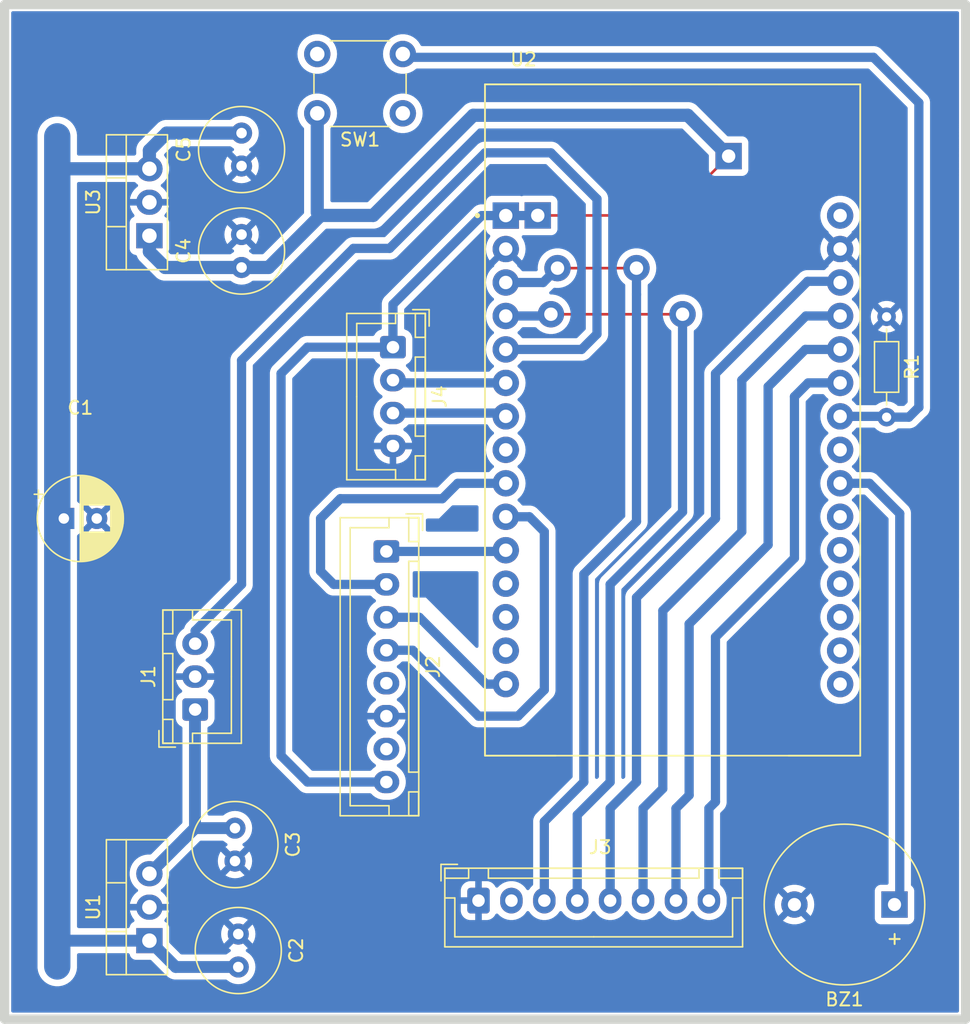
<source format=kicad_pcb>
(kicad_pcb (version 20240108) (generator "pcbnew") (generator_version "8.0")
  (layers (0 "F.Cu" signal) (31 "B.Cu" signal) (34 "B.Paste" user) (35 "F.Paste" user) (36 "B.SilkS" user "B.Silkscreen") (37 "F.SilkS" user "F.Silkscreen") (38 "B.Mask" user) (39 "F.Mask" user) (44 "Edge.Cuts" user))
  (net 0 "")
  (net 1 "Net-(BZ1-+)")
  (net 3 "Net-(J2-SDA)")
  (net 4 "Net-(J2-MOSI)")
  (net 5 "Net-(J1-IN)")
  (net 6 "Net-(J2-SCK)")
  (net 9 "Net-(J2-MISO)")
  (net 12 "Net-(J3-D4)")
  (net 15 "Net-(J3-D5)")
  (net 17 "Net-(J3-D6)")
  (net 18 "Net-(J3-E)")
  (net 19 "Net-(J3-RS)")
  (net 23 "Net-(J3-D7)")
  (net 24 "Net-(U2-D26)")
  (net 27 "+12V")
  (net 28 "+5V")
  (net 29 "GND")
  (net 30 "Net-(J4-TX)")
  (net 31 "Net-(J4-RX)")
  (net 32 "+3.3V")
  (footprint "Capacitor_THT:C_Radial_D6.3mm_H7.0mm_P2.50mm" (layer "F.Cu") (at 92.5 97.5 -90)
    (property "Reference" "C3" (at 1.25 -4.4 90) (layer "F.SilkS"))
    (property "Value" "C")
    (fp_circle (center 1.25 0) (end 4.52 0) (stroke (width 0.12)) (fill none) (layer "F.SilkS"))
    (pad "1" thru_hole circle (at 0 0 270) (size 1.6 1.6) (drill 0.8) (layers "*.Cu" "*.Mask") (net 28 "+5V"))
    (pad "2" thru_hole circle (at 2.5 0 270) (size 1.6 1.6) (drill 0.8) (layers "*.Cu" "*.Mask") (net 29 "GND"))
  )
  (footprint "" (layer "F.Cu") (at 130 46.5)
    (property "Reference" "" (at 0 0 0) (layer "F.SilkS") (effects (font (size 1.27 1.27))))
    (property "Value" "")
    (pad "1" thru_hole rect (at 0 0) (size 2 2) (drill 1.02) (layers "*.Cu" "*.Mask") (net 32 "+3.3V"))
  )
  (footprint "Package_TO_SOT_THT:TO-220-3_Vertical" (layer "F.Cu") (at 86 52.54 90)
    (property "Reference" "U3" (at 2.54 -4.27 -90) (layer "F.SilkS"))
    (property "Value" "LD1117S33TR_SOT223")
    (fp_line (start 7.66 -3.27) (end 7.66 1.371) (stroke (width 0.12)) (layer "F.SilkS"))
    (fp_line (start 4.391 -3.27) (end 4.391 -1.76) (stroke (width 0.12)) (layer "F.SilkS"))
    (fp_line (start 0.69 -3.27) (end 0.69 -1.76) (stroke (width 0.12)) (layer "F.SilkS"))
    (fp_line (start -2.58 -3.27) (end 7.66 -3.27) (stroke (width 0.12)) (layer "F.SilkS"))
    (fp_line (start -2.58 -3.27) (end -2.58 1.371) (stroke (width 0.12)) (layer "F.SilkS"))
    (fp_line (start -2.58 -1.76) (end 7.66 -1.76) (stroke (width 0.12)) (layer "F.SilkS"))
    (fp_line (start -2.58 1.371) (end 7.66 1.371) (stroke (width 0.12)) (layer "F.SilkS"))
    (pad "1" thru_hole rect (at 0 0 90) (size 1.905 2) (drill 1.1) (layers "*.Cu" "*.Mask") (net 32 "+3.3V"))
    (pad "2" thru_hole oval (at 2.54 0 90) (size 1.905 2) (drill 1.1) (layers "*.Cu" "*.Mask") (net 29 "GND"))
    (pad "3" thru_hole oval (at 5.08 0 90) (size 1.905 2) (drill 1.1) (layers "*.Cu" "*.Mask") (net 27 "+12V"))
  )
  (footprint "Capacitor_THT:CP_Radial_D6.3mm_P2.50mm" (layer "F.Cu") (at 79.5 74)
    (property "Reference" "C1" (at 1.25 -8.4 0) (layer "F.SilkS"))
    (property "Value" "100uF")
    (fp_line (start -2.250241 -1.839) (end -1.620241 -1.839) (stroke (width 0.12)) (layer "F.SilkS"))
    (fp_line (start -1.935241 -2.154) (end -1.935241 -1.524) (stroke (width 0.12)) (layer "F.SilkS"))
    (fp_line (start 1.25 -3.23) (end 1.25 3.23) (stroke (width 0.12)) (layer "F.SilkS"))
    (fp_line (start 1.29 -3.23) (end 1.29 3.23) (stroke (width 0.12)) (layer "F.SilkS"))
    (fp_line (start 1.33 -3.23) (end 1.33 3.23) (stroke (width 0.12)) (layer "F.SilkS"))
    (fp_line (start 1.37 -3.228) (end 1.37 3.228) (stroke (width 0.12)) (layer "F.SilkS"))
    (fp_line (start 1.41 -3.227) (end 1.41 3.227) (stroke (width 0.12)) (layer "F.SilkS"))
    (fp_line (start 1.45 -3.224) (end 1.45 3.224) (stroke (width 0.12)) (layer "F.SilkS"))
    (fp_line (start 1.49 -3.222) (end 1.49 -1.04) (stroke (width 0.12)) (layer "F.SilkS"))
    (fp_line (start 1.49 1.04) (end 1.49 3.222) (stroke (width 0.12)) (layer "F.SilkS"))
    (fp_line (start 1.53 -3.218) (end 1.53 -1.04) (stroke (width 0.12)) (layer "F.SilkS"))
    (fp_line (start 1.53 1.04) (end 1.53 3.218) (stroke (width 0.12)) (layer "F.SilkS"))
    (fp_line (start 1.57 -3.215) (end 1.57 -1.04) (stroke (width 0.12)) (layer "F.SilkS"))
    (fp_line (start 1.57 1.04) (end 1.57 3.215) (stroke (width 0.12)) (layer "F.SilkS"))
    (fp_line (start 1.61 -3.211) (end 1.61 -1.04) (stroke (width 0.12)) (layer "F.SilkS"))
    (fp_line (start 1.61 1.04) (end 1.61 3.211) (stroke (width 0.12)) (layer "F.SilkS"))
    (fp_line (start 1.65 -3.206) (end 1.65 -1.04) (stroke (width 0.12)) (layer "F.SilkS"))
    (fp_line (start 1.65 1.04) (end 1.65 3.206) (stroke (width 0.12)) (layer "F.SilkS"))
    (fp_line (start 1.69 -3.201) (end 1.69 -1.04) (stroke (width 0.12)) (layer "F.SilkS"))
    (fp_line (start 1.69 1.04) (end 1.69 3.201) (stroke (width 0.12)) (layer "F.SilkS"))
    (fp_line (start 1.73 -3.195) (end 1.73 -1.04) (stroke (width 0.12)) (layer "F.SilkS"))
    (fp_line (start 1.73 1.04) (end 1.73 3.195) (stroke (width 0.12)) (layer "F.SilkS"))
    (fp_line (start 1.77 -3.189) (end 1.77 -1.04) (stroke (width 0.12)) (layer "F.SilkS"))
    (fp_line (start 1.77 1.04) (end 1.77 3.189) (stroke (width 0.12)) (layer "F.SilkS"))
    (fp_line (start 1.81 -3.182) (end 1.81 -1.04) (stroke (width 0.12)) (layer "F.SilkS"))
    (fp_line (start 1.81 1.04) (end 1.81 3.182) (stroke (width 0.12)) (layer "F.SilkS"))
    (fp_line (start 1.85 -3.175) (end 1.85 -1.04) (stroke (width 0.12)) (layer "F.SilkS"))
    (fp_line (start 1.85 1.04) (end 1.85 3.175) (stroke (width 0.12)) (layer "F.SilkS"))
    (fp_line (start 1.89 -3.167) (end 1.89 -1.04) (stroke (width 0.12)) (layer "F.SilkS"))
    (fp_line (start 1.89 1.04) (end 1.89 3.167) (stroke (width 0.12)) (layer "F.SilkS"))
    (fp_line (start 1.93 -3.159) (end 1.93 -1.04) (stroke (width 0.12)) (layer "F.SilkS"))
    (fp_line (start 1.93 1.04) (end 1.93 3.159) (stroke (width 0.12)) (layer "F.SilkS"))
    (fp_line (start 1.971 -3.15) (end 1.971 -1.04) (stroke (width 0.12)) (layer "F.SilkS"))
    (fp_line (start 1.971 1.04) (end 1.971 3.15) (stroke (width 0.12)) (layer "F.SilkS"))
    (fp_line (start 2.011 -3.141) (end 2.011 -1.04) (stroke (width 0.12)) (layer "F.SilkS"))
    (fp_line (start 2.011 1.04) (end 2.011 3.141) (stroke (width 0.12)) (layer "F.SilkS"))
    (fp_line (start 2.051 -3.131) (end 2.051 -1.04) (stroke (width 0.12)) (layer "F.SilkS"))
    (fp_line (start 2.051 1.04) (end 2.051 3.131) (stroke (width 0.12)) (layer "F.SilkS"))
    (fp_line (start 2.091 -3.121) (end 2.091 -1.04) (stroke (width 0.12)) (layer "F.SilkS"))
    (fp_line (start 2.091 1.04) (end 2.091 3.121) (stroke (width 0.12)) (layer "F.SilkS"))
    (fp_line (start 2.131 -3.11) (end 2.131 -1.04) (stroke (width 0.12)) (layer "F.SilkS"))
    (fp_line (start 2.131 1.04) (end 2.131 3.11) (stroke (width 0.12)) (layer "F.SilkS"))
    (fp_line (start 2.171 -3.098) (end 2.171 -1.04) (stroke (width 0.12)) (layer "F.SilkS"))
    (fp_line (start 2.171 1.04) (end 2.171 3.098) (stroke (width 0.12)) (layer "F.SilkS"))
    (fp_line (start 2.211 -3.086) (end 2.211 -1.04) (stroke (width 0.12)) (layer "F.SilkS"))
    (fp_line (start 2.211 1.04) (end 2.211 3.086) (stroke (width 0.12)) (layer "F.SilkS"))
    (fp_line (start 2.251 -3.074) (end 2.251 -1.04) (stroke (width 0.12)) (layer "F.SilkS"))
    (fp_line (start 2.251 1.04) (end 2.251 3.074) (stroke (width 0.12)) (layer "F.SilkS"))
    (fp_line (start 2.291 -3.061) (end 2.291 -1.04) (stroke (width 0.12)) (layer "F.SilkS"))
    (fp_line (start 2.291 1.04) (end 2.291 3.061) (stroke (width 0.12)) (layer "F.SilkS"))
    (fp_line (start 2.331 -3.047) (end 2.331 -1.04) (stroke (width 0.12)) (layer "F.SilkS"))
    (fp_line (start 2.331 1.04) (end 2.331 3.047) (stroke (width 0.12)) (layer "F.SilkS"))
    (fp_line (start 2.371 -3.033) (end 2.371 -1.04) (stroke (width 0.12)) (layer "F.SilkS"))
    (fp_line (start 2.371 1.04) (end 2.371 3.033) (stroke (width 0.12)) (layer "F.SilkS"))
    (fp_line (start 2.411 -3.018) (end 2.411 -1.04) (stroke (width 0.12)) (layer "F.SilkS"))
    (fp_line (start 2.411 1.04) (end 2.411 3.018) (stroke (width 0.12)) (layer "F.SilkS"))
    (fp_line (start 2.451 -3.002) (end 2.451 -1.04) (stroke (width 0.12)) (layer "F.SilkS"))
    (fp_line (start 2.451 1.04) (end 2.451 3.002) (stroke (width 0.12)) (layer "F.SilkS"))
    (fp_line (start 2.491 -2.986) (end 2.491 -1.04) (stroke (width 0.12)) (layer "F.SilkS"))
    (fp_line (start 2.491 1.04) (end 2.491 2.986) (stroke (width 0.12)) (layer "F.SilkS"))
    (fp_line (start 2.531 -2.97) (end 2.531 -1.04) (stroke (width 0.12)) (layer "F.SilkS"))
    (fp_line (start 2.531 1.04) (end 2.531 2.97) (stroke (width 0.12)) (layer "F.SilkS"))
    (fp_line (start 2.571 -2.952) (end 2.571 -1.04) (stroke (width 0.12)) (layer "F.SilkS"))
    (fp_line (start 2.571 1.04) (end 2.571 2.952) (stroke (width 0.12)) (layer "F.SilkS"))
    (fp_line (start 2.611 -2.934) (end 2.611 -1.04) (stroke (width 0.12)) (layer "F.SilkS"))
    (fp_line (start 2.611 1.04) (end 2.611 2.934) (stroke (width 0.12)) (layer "F.SilkS"))
    (fp_line (start 2.651 -2.916) (end 2.651 -1.04) (stroke (width 0.12)) (layer "F.SilkS"))
    (fp_line (start 2.651 1.04) (end 2.651 2.916) (stroke (width 0.12)) (layer "F.SilkS"))
    (fp_line (start 2.691 -2.896) (end 2.691 -1.04) (stroke (width 0.12)) (layer "F.SilkS"))
    (fp_line (start 2.691 1.04) (end 2.691 2.896) (stroke (width 0.12)) (layer "F.SilkS"))
    (fp_line (start 2.731 -2.876) (end 2.731 -1.04) (stroke (width 0.12)) (layer "F.SilkS"))
    (fp_line (start 2.731 1.04) (end 2.731 2.876) (stroke (width 0.12)) (layer "F.SilkS"))
    (fp_line (start 2.771 -2.856) (end 2.771 -1.04) (stroke (width 0.12)) (layer "F.SilkS"))
    (fp_line (start 2.771 1.04) (end 2.771 2.856) (stroke (width 0.12)) (layer "F.SilkS"))
    (fp_line (start 2.811 -2.834) (end 2.811 -1.04) (stroke (width 0.12)) (layer "F.SilkS"))
    (fp_line (start 2.811 1.04) (end 2.811 2.834) (stroke (width 0.12)) (layer "F.SilkS"))
    (fp_line (start 2.851 -2.812) (end 2.851 -1.04) (stroke (width 0.12)) (layer "F.SilkS"))
    (fp_line (start 2.851 1.04) (end 2.851 2.812) (stroke (width 0.12)) (layer "F.SilkS"))
    (fp_line (start 2.891 -2.79) (end 2.891 -1.04) (stroke (width 0.12)) (layer "F.SilkS"))
    (fp_line (start 2.891 1.04) (end 2.891 2.79) (stroke (width 0.12)) (layer "F.SilkS"))
    (fp_line (start 2.931 -2.766) (end 2.931 -1.04) (stroke (width 0.12)) (layer "F.SilkS"))
    (fp_line (start 2.931 1.04) (end 2.931 2.766) (stroke (width 0.12)) (layer "F.SilkS"))
    (fp_line (start 2.971 -2.742) (end 2.971 -1.04) (stroke (width 0.12)) (layer "F.SilkS"))
    (fp_line (start 2.971 1.04) (end 2.971 2.742) (stroke (width 0.12)) (layer "F.SilkS"))
    (fp_line (start 3.011 -2.716) (end 3.011 -1.04) (stroke (width 0.12)) (layer "F.SilkS"))
    (fp_line (start 3.011 1.04) (end 3.011 2.716) (stroke (width 0.12)) (layer "F.SilkS"))
    (fp_line (start 3.051 -2.69) (end 3.051 -1.04) (stroke (width 0.12)) (layer "F.SilkS"))
    (fp_line (start 3.051 1.04) (end 3.051 2.69) (stroke (width 0.12)) (layer "F.SilkS"))
    (fp_line (start 3.091 -2.664) (end 3.091 -1.04) (stroke (width 0.12)) (layer "F.SilkS"))
    (fp_line (start 3.091 1.04) (end 3.091 2.664) (stroke (width 0.12)) (layer "F.SilkS"))
    (fp_line (start 3.131 -2.636) (end 3.131 -1.04) (stroke (width 0.12)) (layer "F.SilkS"))
    (fp_line (start 3.131 1.04) (end 3.131 2.636) (stroke (width 0.12)) (layer "F.SilkS"))
    (fp_line (start 3.171 -2.607) (end 3.171 -1.04) (stroke (width 0.12)) (layer "F.SilkS"))
    (fp_line (start 3.171 1.04) (end 3.171 2.607) (stroke (width 0.12)) (layer "F.SilkS"))
    (fp_line (start 3.211 -2.578) (end 3.211 -1.04) (stroke (width 0.12)) (layer "F.SilkS"))
    (fp_line (start 3.211 1.04) (end 3.211 2.578) (stroke (width 0.12)) (layer "F.SilkS"))
    (fp_line (start 3.251 -2.548) (end 3.251 -1.04) (stroke (width 0.12)) (layer "F.SilkS"))
    (fp_line (start 3.251 1.04) (end 3.251 2.548) (stroke (width 0.12)) (layer "F.SilkS"))
    (fp_line (start 3.291 -2.516) (end 3.291 -1.04) (stroke (width 0.12)) (layer "F.SilkS"))
    (fp_line (start 3.291 1.04) (end 3.291 2.516) (stroke (width 0.12)) (layer "F.SilkS"))
    (fp_line (start 3.331 -2.484) (end 3.331 -1.04) (stroke (width 0.12)) (layer "F.SilkS"))
    (fp_line (start 3.331 1.04) (end 3.331 2.484) (stroke (width 0.12)) (layer "F.SilkS"))
    (fp_line (start 3.371 -2.45) (end 3.371 -1.04) (stroke (width 0.12)) (layer "F.SilkS"))
    (fp_line (start 3.371 1.04) (end 3.371 2.45) (stroke (width 0.12)) (layer "F.SilkS"))
    (fp_line (start 3.411 -2.416) (end 3.411 -1.04) (stroke (width 0.12)) (layer "F.SilkS"))
    (fp_line (start 3.411 1.04) (end 3.411 2.416) (stroke (width 0.12)) (layer "F.SilkS"))
    (fp_line (start 3.451 -2.38) (end 3.451 -1.04) (stroke (width 0.12)) (layer "F.SilkS"))
    (fp_line (start 3.451 1.04) (end 3.451 2.38) (stroke (width 0.12)) (layer "F.SilkS"))
    (fp_line (start 3.491 -2.343) (end 3.491 -1.04) (stroke (width 0.12)) (layer "F.SilkS"))
    (fp_line (start 3.491 1.04) (end 3.491 2.343) (stroke (width 0.12)) (layer "F.SilkS"))
    (fp_line (start 3.531 -2.305) (end 3.531 -1.04) (stroke (width 0.12)) (layer "F.SilkS"))
    (fp_line (start 3.531 1.04) (end 3.531 2.305) (stroke (width 0.12)) (layer "F.SilkS"))
    (fp_line (start 3.571 -2.265) (end 3.571 2.265) (stroke (width 0.12)) (layer "F.SilkS"))
    (fp_line (start 3.611 -2.224) (end 3.611 2.224) (stroke (width 0.12)) (layer "F.SilkS"))
    (fp_line (start 3.651 -2.182) (end 3.651 2.182) (stroke (width 0.12)) (layer "F.SilkS"))
    (fp_line (start 3.691 -2.137) (end 3.691 2.137) (stroke (width 0.12)) (layer "F.SilkS"))
    (fp_line (start 3.731 -2.092) (end 3.731 2.092) (stroke (width 0.12)) (layer "F.SilkS"))
    (fp_line (start 3.771 -2.044) (end 3.771 2.044) (stroke (width 0.12)) (layer "F.SilkS"))
    (fp_line (start 3.811 -1.995) (end 3.811 1.995) (stroke (width 0.12)) (layer "F.SilkS"))
    (fp_line (start 3.851 -1.944) (end 3.851 1.944) (stroke (width 0.12)) (layer "F.SilkS"))
    (fp_line (start 3.891 -1.89) (end 3.891 1.89) (stroke (width 0.12)) (layer "F.SilkS"))
    (fp_line (start 3.931 -1.834) (end 3.931 1.834) (stroke (width 0.12)) (layer "F.SilkS"))
    (fp_line (start 3.971 -1.776) (end 3.971 1.776) (stroke (width 0.12)) (layer "F.SilkS"))
    (fp_line (start 4.011 -1.714) (end 4.011 1.714) (stroke (width 0.12)) (layer "F.SilkS"))
    (fp_line (start 4.051 -1.65) (end 4.051 1.65) (stroke (width 0.12)) (layer "F.SilkS"))
    (fp_line (start 4.091 -1.581) (end 4.091 1.581) (stroke (width 0.12)) (layer "F.SilkS"))
    (fp_line (start 4.131 -1.509) (end 4.131 1.509) (stroke (width 0.12)) (layer "F.SilkS"))
    (fp_line (start 4.171 -1.432) (end 4.171 1.432) (stroke (width 0.12)) (layer "F.SilkS"))
    (fp_line (start 4.211 -1.35) (end 4.211 1.35) (stroke (width 0.12)) (layer "F.SilkS"))
    (fp_line (start 4.251 -1.262) (end 4.251 1.262) (stroke (width 0.12)) (layer "F.SilkS"))
    (fp_line (start 4.291 -1.165) (end 4.291 1.165) (stroke (width 0.12)) (layer "F.SilkS"))
    (fp_line (start 4.331 -1.059) (end 4.331 1.059) (stroke (width 0.12)) (layer "F.SilkS"))
    (fp_line (start 4.371 -0.94) (end 4.371 0.94) (stroke (width 0.12)) (layer "F.SilkS"))
    (fp_line (start 4.411 -0.802) (end 4.411 0.802) (stroke (width 0.12)) (layer "F.SilkS"))
    (fp_line (start 4.451 -0.633) (end 4.451 0.633) (stroke (width 0.12)) (layer "F.SilkS"))
    (fp_line (start 4.491 -0.402) (end 4.491 0.402) (stroke (width 0.12)) (layer "F.SilkS"))
    (fp_circle (center 1.25 0) (end 4.52 0) (stroke (width 0.12)) (fill none) (layer "F.SilkS"))
    (pad "1" thru_hole rect (at 0 0) (size 1.6 1.6) (drill 0.8) (layers "*.Cu" "*.Mask") (net 27 "+12V"))
    (pad "2" thru_hole circle (at 2.5 0) (size 1.6 1.6) (drill 0.8) (layers "*.Cu" "*.Mask") (net 29 "GND"))
  )
  (footprint "" (layer "F.Cu") (at 126.5 58.5)
    (property "Reference" "" (at 0 0 0) (layer "F.SilkS") (effects (font (size 1.27 1.27))))
    (property "Value" "")
    (pad "4" thru_hole circle (at 0 0) (size 2 2) (drill 1.02) (layers "*.Cu" "*.Mask") (net 18 "Net-(J3-E)"))
  )
  (footprint "Buzzer_Beeper:Buzzer_12x9.5RM7.6" (layer "F.Cu") (at 142.6 103.3 180)
    (property "Reference" "BZ1" (at 3.8 -7.2 180) (layer "F.SilkS"))
    (property "Value" "Buzzer" (hide yes))
    (fp_circle (center 3.8 0) (end 9.9 0) (stroke (width 0.12)) (fill none) (layer "F.SilkS"))
    (fp_text user "+" (at -0.01 -2.54 180) (layer "F.SilkS"))
    (pad "1" thru_hole rect (at 0 0 180) (size 2 2) (drill 1) (layers "*.Cu" "*.Mask") (net 1 "Net-(BZ1-+)"))
    (pad "2" thru_hole circle (at 7.6 0 180) (size 2 2) (drill 1) (layers "*.Cu" "*.Mask") (net 29 "GND"))
  )
  (footprint "Capacitor_THT:C_Radial_D6.3mm_H7.0mm_P2.50mm" (layer "F.Cu") (at 92.75 105.54 -90)
    (property "Reference" "C2" (at 1.25 -4.4 90) (layer "F.SilkS"))
    (property "Value" "C")
    (fp_circle (center 1.25 0) (end 4.52 0) (stroke (width 0.12)) (fill none) (layer "F.SilkS"))
    (pad "1" thru_hole circle (at 0 0 270) (size 1.6 1.6) (drill 0.8) (layers "*.Cu" "*.Mask") (net 29 "GND"))
    (pad "2" thru_hole circle (at 2.5 0 270) (size 1.6 1.6) (drill 0.8) (layers "*.Cu" "*.Mask") (net 27 "+12V"))
  )
  (footprint "Capacitor_THT:C_Radial_D6.3mm_H7.0mm_P2.50mm" (layer "F.Cu") (at 93 54.95 90)
    (property "Reference" "C4" (at 1.25 -4.4 -90) (layer "F.SilkS"))
    (property "Value" "C")
    (fp_circle (center 1.25 0) (end 4.52 0) (stroke (width 0.12)) (fill none) (layer "F.SilkS"))
    (pad "1" thru_hole circle (at 0 0 90) (size 1.6 1.6) (drill 0.8) (layers "*.Cu" "*.Mask") (net 32 "+3.3V"))
    (pad "2" thru_hole circle (at 2.5 0 90) (size 1.6 1.6) (drill 0.8) (layers "*.Cu" "*.Mask") (net 29 "GND"))
  )
  (footprint "Capacitor_THT:C_Radial_D6.3mm_H7.0mm_P2.50mm" (layer "F.Cu") (at 93 47.25 90)
    (property "Reference" "C5" (at 1.25 -4.4 -90) (layer "F.SilkS"))
    (property "Value" "C")
    (fp_circle (center 1.25 0) (end 4.52 0) (stroke (width 0.12)) (fill none) (layer "F.SilkS"))
    (pad "1" thru_hole circle (at 0 0 90) (size 1.6 1.6) (drill 0.8) (layers "*.Cu" "*.Mask") (net 29 "GND"))
    (pad "2" thru_hole circle (at 2.5 0 90) (size 1.6 1.6) (drill 0.8) (layers "*.Cu" "*.Mask") (net 27 "+12V"))
  )
  (footprint "" (layer "F.Cu") (at 116.5 58.5)
    (property "Reference" "" (at 0 0 0) (layer "F.SilkS") (effects (font (size 1.27 1.27))))
    (property "Value" "")
    (pad "4" thru_hole circle (at 0 0) (size 2 2) (drill 1.02) (layers "*.Cu" "*.Mask") (net 18 "Net-(J3-E)"))
  )
  (footprint "ESP32-DEVKIT-V1:MODULE_ESP32_DEVKIT_V1" (layer "F.Cu") (at 125.77 66.525)
    (property "Reference" "U2" (at -11.355 -27.36 0) (layer "F.SilkS"))
    (property "Value" "ESP32-DEVKIT-V1")
    (fp_line (start -14.28 -25.475) (end -3.211 -25.475) (stroke (width 0.127)) (layer "F.SilkS"))
    (fp_line (start -14.28 -25.475) (end 14.23 -25.475) (stroke (width 0.127)) (layer "F.SilkS"))
    (fp_line (start -14.28 25.475) (end -14.28 -25.475) (stroke (width 0.127)) (layer "F.SilkS"))
    (fp_line (start -14.28 25.475) (end -14.28 -25.475) (stroke (width 0.127)) (layer "F.SilkS"))
    (fp_line (start -14.28 25.475) (end -8.91 25.475) (stroke (width 0.127)) (layer "F.SilkS"))
    (fp_line (start -3.211 -25.475) (end 3.5 -25.475) (stroke (width 0.127)) (layer "F.SilkS"))
    (fp_line (start 3.5 -25.475) (end 14.23 -25.475) (stroke (width 0.127)) (layer "F.SilkS"))
    (fp_line (start 8.78 25.475) (end 14.23 25.475) (stroke (width 0.127)) (layer "F.SilkS"))
    (fp_line (start 14.23 -25.475) (end 14.23 25.475) (stroke (width 0.127)) (layer "F.SilkS"))
    (fp_line (start 14.23 -25.475) (end 14.23 25.475) (stroke (width 0.127)) (layer "F.SilkS"))
    (fp_line (start 14.23 25.475) (end -14.28 25.475) (stroke (width 0.127)) (layer "F.SilkS"))
    (fp_circle (center -14.85 -15.515) (end -14.75 -15.515) (stroke (width 0.2)) (fill none) (layer "F.SilkS"))
    (pad "1" thru_hole rect (at -12.7 -15.515) (size 2 2) (drill 1.02) (layers "*.Cu" "*.Mask") (net 32 "+3.3V"))
    (pad "2" thru_hole circle (at -12.7 -12.975) (size 2 2) (drill 1.02) (layers "*.Cu" "*.Mask") (net 29 "GND"))
    (pad "3" thru_hole circle (at -12.7 -10.435) (size 2 2) (drill 1.02) (layers "*.Cu" "*.Mask") (net 19 "Net-(J3-RS)"))
    (pad "4" thru_hole circle (at -12.7 -7.895) (size 2 2) (drill 1.02) (layers "*.Cu" "*.Mask") (net 18 "Net-(J3-E)"))
    (pad "5" thru_hole circle (at -12.7 -5.355) (size 2 2) (drill 1.02) (layers "*.Cu" "*.Mask") (net 5 "Net-(J1-IN)"))
    (pad "6" thru_hole circle (at -12.7 -2.815) (size 2 2) (drill 1.02) (layers "*.Cu" "*.Mask") (net 30 "Net-(J4-TX)"))
    (pad "7" thru_hole circle (at -12.7 -0.275) (size 2 2) (drill 1.02) (layers "*.Cu" "*.Mask") (net 31 "Net-(J4-RX)"))
    (pad "8" thru_hole circle (at -12.7 2.265) (size 2 2) (drill 1.02) (layers "*.Cu" "*.Mask"))
    (pad "9" thru_hole circle (at -12.7 4.805) (size 2 2) (drill 1.02) (layers "*.Cu" "*.Mask") (net 6 "Net-(J2-SCK)"))
    (pad "10" thru_hole circle (at -12.7 7.345) (size 2 2) (drill 1.02) (layers "*.Cu" "*.Mask") (net 9 "Net-(J2-MISO)"))
    (pad "11" thru_hole circle (at -12.7 9.885) (size 2 2) (drill 1.02) (layers "*.Cu" "*.Mask") (net 3 "Net-(J2-SDA)"))
    (pad "12" thru_hole circle (at -12.7 12.425) (size 2 2) (drill 1.02) (layers "*.Cu" "*.Mask"))
    (pad "13" thru_hole circle (at -12.7 14.965) (size 2 2) (drill 1.02) (layers "*.Cu" "*.Mask"))
    (pad "14" thru_hole circle (at -12.7 17.505) (size 2 2) (drill 1.02) (layers "*.Cu" "*.Mask"))
    (pad "15" thru_hole circle (at -12.7 20.045) (size 2 2) (drill 1.02) (layers "*.Cu" "*.Mask") (net 4 "Net-(J2-MOSI)"))
    (pad "16" thru_hole circle (at 12.7 20.045) (size 2 2) (drill 1.02) (layers "*.Cu" "*.Mask"))
    (pad "17" thru_hole circle (at 12.7 17.505) (size 2 2) (drill 1.02) (layers "*.Cu" "*.Mask"))
    (pad "18" thru_hole circle (at 12.7 14.965) (size 2 2) (drill 1.02) (layers "*.Cu" "*.Mask"))
    (pad "19" thru_hole circle (at 12.7 12.425) (size 2 2) (drill 1.02) (layers "*.Cu" "*.Mask"))
    (pad "20" thru_hole circle (at 12.7 9.885) (size 2 2) (drill 1.02) (layers "*.Cu" "*.Mask"))
    (pad "21" thru_hole circle (at 12.7 7.345) (size 2 2) (drill 1.02) (layers "*.Cu" "*.Mask"))
    (pad "22" thru_hole circle (at 12.7 4.805) (size 2 2) (drill 1.02) (layers "*.Cu" "*.Mask") (net 1 "Net-(BZ1-+)"))
    (pad "23" thru_hole circle (at 12.7 2.265) (size 2 2) (drill 1.02) (layers "*.Cu" "*.Mask"))
    (pad "24" thru_hole circle (at 12.7 -0.275) (size 2 2) (drill 1.02) (layers "*.Cu" "*.Mask") (net 24 "Net-(U2-D26)"))
    (pad "25" thru_hole circle (at 12.7 -2.815) (size 2 2) (drill 1.02) (layers "*.Cu" "*.Mask") (net 23 "Net-(J3-D7)"))
    (pad "26" thru_hole circle (at 12.7 -5.355) (size 2 2) (drill 1.02) (layers "*.Cu" "*.Mask") (net 17 "Net-(J3-D6)"))
    (pad "27" thru_hole circle (at 12.7 -7.895) (size 2 2) (drill 1.02) (layers "*.Cu" "*.Mask") (net 15 "Net-(J3-D5)"))
    (pad "28" thru_hole circle (at 12.7 -10.435) (size 2 2) (drill 1.02) (layers "*.Cu" "*.Mask") (net 12 "Net-(J3-D4)"))
    (pad "29" thru_hole circle (at 12.7 -12.975) (size 2 2) (drill 1.02) (layers "*.Cu" "*.Mask") (net 29 "GND"))
    (pad "30" thru_hole circle (at 12.7 -15.515) (size 2 2) (drill 1.02) (layers "*.Cu" "*.Mask") (net 28 "+5V"))
  )
  (footprint "Connector_JST:JST_XH_B4B-XH-A_1x04_P2.50mm_Vertical" (layer "F.Cu") (at 104.5 61 -90)
    (property "Reference" "J4" (at 3.75 -3.55 90) (layer "F.SilkS"))
    (property "Value" "DY50")
    (fp_line (start -2.56 3.51) (end 10.06 3.51) (stroke (width 0.12)) (layer "F.SilkS"))
    (fp_line (start 10.06 3.51) (end 10.06 -2.46) (stroke (width 0.12)) (layer "F.SilkS"))
    (fp_line (start -1.8 2.75) (end 3.75 2.75) (stroke (width 0.12)) (layer "F.SilkS"))
    (fp_line (start 9.3 2.75) (end 3.75 2.75) (stroke (width 0.12)) (layer "F.SilkS"))
    (fp_line (start -2.55 -0.2) (end -1.8 -0.2) (stroke (width 0.12)) (layer "F.SilkS"))
    (fp_line (start -1.8 -0.2) (end -1.8 2.75) (stroke (width 0.12)) (layer "F.SilkS"))
    (fp_line (start 9.3 -0.2) (end 9.3 2.75) (stroke (width 0.12)) (layer "F.SilkS"))
    (fp_line (start 10.05 -0.2) (end 9.3 -0.2) (stroke (width 0.12)) (layer "F.SilkS"))
    (fp_line (start -2.55 -1.7) (end -0.75 -1.7) (stroke (width 0.12)) (layer "F.SilkS"))
    (fp_line (start -0.75 -1.7) (end -0.75 -2.45) (stroke (width 0.12)) (layer "F.SilkS"))
    (fp_line (start 0.75 -1.7) (end 6.75 -1.7) (stroke (width 0.12)) (layer "F.SilkS"))
    (fp_line (start 6.75 -1.7) (end 6.75 -2.45) (stroke (width 0.12)) (layer "F.SilkS"))
    (fp_line (start 8.25 -1.7) (end 10.05 -1.7) (stroke (width 0.12)) (layer "F.SilkS"))
    (fp_line (start 10.05 -1.7) (end 10.05 -2.45) (stroke (width 0.12)) (layer "F.SilkS"))
    (fp_line (start -2.55 -2.45) (end -2.55 -1.7) (stroke (width 0.12)) (layer "F.SilkS"))
    (fp_line (start -0.75 -2.45) (end -2.55 -2.45) (stroke (width 0.12)) (layer "F.SilkS"))
    (fp_line (start 0.75 -2.45) (end 0.75 -1.7) (stroke (width 0.12)) (layer "F.SilkS"))
    (fp_line (start 6.75 -2.45) (end 0.75 -2.45) (stroke (width 0.12)) (layer "F.SilkS"))
    (fp_line (start 8.25 -2.45) (end 8.25 -1.7) (stroke (width 0.12)) (layer "F.SilkS"))
    (fp_line (start 10.05 -2.45) (end 8.25 -2.45) (stroke (width 0.12)) (layer "F.SilkS"))
    (fp_line (start -2.56 -2.46) (end -2.56 3.51) (stroke (width 0.12)) (layer "F.SilkS"))
    (fp_line (start 10.06 -2.46) (end -2.56 -2.46) (stroke (width 0.12)) (layer "F.SilkS"))
    (fp_line (start -2.85 -2.75) (end -2.85 -1.5) (stroke (width 0.12)) (layer "F.SilkS"))
    (fp_line (start -1.6 -2.75) (end -2.85 -2.75) (stroke (width 0.12)) (layer "F.SilkS"))
    (pad "1" thru_hole roundrect (at 0 0 270) (size 1.7 1.95) (drill 0.95) (layers "*.Cu" "*.Mask") (roundrect_rratio 0.147059) (net 32 "+3.3V"))
    (pad "2" thru_hole oval (at 2.5 0 270) (size 1.7 1.95) (drill 0.95) (layers "*.Cu" "*.Mask") (net 30 "Net-(J4-TX)"))
    (pad "3" thru_hole oval (at 5 0 270) (size 1.7 1.95) (drill 0.95) (layers "*.Cu" "*.Mask") (net 31 "Net-(J4-RX)"))
    (pad "4" thru_hole oval (at 7.5 0 270) (size 1.7 1.95) (drill 0.95) (layers "*.Cu" "*.Mask") (net 29 "GND"))
  )
  (footprint "" (layer "F.Cu") (at 123 55)
    (property "Reference" "" (at 0 0 0) (layer "F.SilkS") (effects (font (size 1.27 1.27))))
    (property "Value" "")
    (pad "3" thru_hole circle (at 0 0) (size 2 2) (drill 1.02) (layers "*.Cu" "*.Mask") (net 19 "Net-(J3-RS)"))
  )
  (footprint "Resistor_THT:R_Axial_DIN0204_L3.6mm_D1.6mm_P7.62mm_Horizontal" (layer "F.Cu") (at 142 58.69 -90)
    (property "Reference" "R1" (at 3.81 -1.92 90) (layer "F.SilkS"))
    (property "Value" "R5.1K")
    (fp_line (start 1.89 0.92) (end 5.73 0.92) (stroke (width 0.12)) (layer "F.SilkS"))
    (fp_line (start 5.73 0.92) (end 5.73 -0.92) (stroke (width 0.12)) (layer "F.SilkS"))
    (fp_line (start 0.94 0) (end 1.89 0) (stroke (width 0.12)) (layer "F.SilkS"))
    (fp_line (start 6.68 0) (end 5.73 0) (stroke (width 0.12)) (layer "F.SilkS"))
    (fp_line (start 1.89 -0.92) (end 1.89 0.92) (stroke (width 0.12)) (layer "F.SilkS"))
    (fp_line (start 5.73 -0.92) (end 1.89 -0.92) (stroke (width 0.12)) (layer "F.SilkS"))
    (pad "1" thru_hole circle (at 0 0 270) (size 1.4 1.4) (drill 0.7) (layers "*.Cu" "*.Mask") (net 29 "GND"))
    (pad "2" thru_hole oval (at 7.62 0 270) (size 1.4 1.4) (drill 0.7) (layers "*.Cu" "*.Mask") (net 24 "Net-(U2-D26)"))
  )
  (footprint "" (layer "F.Cu") (at 115.5 51)
    (property "Reference" "" (at 0 0 0) (layer "F.SilkS") (effects (font (size 1.27 1.27))))
    (property "Value" "")
    (pad "1" thru_hole rect (at 0 0) (size 2 2) (drill 1.02) (layers "*.Cu" "*.Mask") (net 32 "+3.3V"))
  )
  (footprint "Connector_JST:JST_XH_B8B-XH-A_1x08_P2.50mm_Vertical" (layer "F.Cu") (at 104 76.5 -90)
    (property "Reference" "J2" (at 8.75 -3.55 90) (layer "F.SilkS"))
    (property "Value" " RFID - RC522")
    (fp_line (start -2.56 3.51) (end 20.06 3.51) (stroke (width 0.12)) (layer "F.SilkS"))
    (fp_line (start 20.06 3.51) (end 20.06 -2.46) (stroke (width 0.12)) (layer "F.SilkS"))
    (fp_line (start -1.8 2.75) (end 8.75 2.75) (stroke (width 0.12)) (layer "F.SilkS"))
    (fp_line (start 19.3 2.75) (end 8.75 2.75) (stroke (width 0.12)) (layer "F.SilkS"))
    (fp_line (start -2.55 -0.2) (end -1.8 -0.2) (stroke (width 0.12)) (layer "F.SilkS"))
    (fp_line (start -1.8 -0.2) (end -1.8 2.75) (stroke (width 0.12)) (layer "F.SilkS"))
    (fp_line (start 19.3 -0.2) (end 19.3 2.75) (stroke (width 0.12)) (layer "F.SilkS"))
    (fp_line (start 20.05 -0.2) (end 19.3 -0.2) (stroke (width 0.12)) (layer "F.SilkS"))
    (fp_line (start -2.55 -1.7) (end -0.75 -1.7) (stroke (width 0.12)) (layer "F.SilkS"))
    (fp_line (start -0.75 -1.7) (end -0.75 -2.45) (stroke (width 0.12)) (layer "F.SilkS"))
    (fp_line (start 0.75 -1.7) (end 16.75 -1.7) (stroke (width 0.12)) (layer "F.SilkS"))
    (fp_line (start 16.75 -1.7) (end 16.75 -2.45) (stroke (width 0.12)) (layer "F.SilkS"))
    (fp_line (start 18.25 -1.7) (end 20.05 -1.7) (stroke (width 0.12)) (layer "F.SilkS"))
    (fp_line (start 20.05 -1.7) (end 20.05 -2.45) (stroke (width 0.12)) (layer "F.SilkS"))
    (fp_line (start -2.55 -2.45) (end -2.55 -1.7) (stroke (width 0.12)) (layer "F.SilkS"))
    (fp_line (start -0.75 -2.45) (end -2.55 -2.45) (stroke (width 0.12)) (layer "F.SilkS"))
    (fp_line (start 0.75 -2.45) (end 0.75 -1.7) (stroke (width 0.12)) (layer "F.SilkS"))
    (fp_line (start 16.75 -2.45) (end 0.75 -2.45) (stroke (width 0.12)) (layer "F.SilkS"))
    (fp_line (start 18.25 -2.45) (end 18.25 -1.7) (stroke (width 0.12)) (layer "F.SilkS"))
    (fp_line (start 20.05 -2.45) (end 18.25 -2.45) (stroke (width 0.12)) (layer "F.SilkS"))
    (fp_line (start -2.56 -2.46) (end -2.56 3.51) (stroke (width 0.12)) (layer "F.SilkS"))
    (fp_line (start 20.06 -2.46) (end -2.56 -2.46) (stroke (width 0.12)) (layer "F.SilkS"))
    (fp_line (start -2.85 -2.75) (end -2.85 -1.5) (stroke (width 0.12)) (layer "F.SilkS"))
    (fp_line (start -1.6 -2.75) (end -2.85 -2.75) (stroke (width 0.12)) (layer "F.SilkS"))
    (pad "1" thru_hole roundrect (at 0 0 270) (size 1.7 1.95) (drill 0.95) (layers "*.Cu" "*.Mask") (roundrect_rratio 0.147059) (net 3 "Net-(J2-SDA)"))
    (pad "2" thru_hole oval (at 2.5 0 270) (size 1.7 1.95) (drill 0.95) (layers "*.Cu" "*.Mask") (net 6 "Net-(J2-SCK)"))
    (pad "3" thru_hole oval (at 5 0 270) (size 1.7 1.95) (drill 0.95) (layers "*.Cu" "*.Mask") (net 4 "Net-(J2-MOSI)"))
    (pad "4" thru_hole oval (at 7.5 0 270) (size 1.7 1.95) (drill 0.95) (layers "*.Cu" "*.Mask") (net 9 "Net-(J2-MISO)"))
    (pad "5" thru_hole oval (at 10 0 270) (size 1.7 1.95) (drill 0.95) (layers "*.Cu" "*.Mask"))
    (pad "6" thru_hole oval (at 12.5 0 270) (size 1.7 1.95) (drill 0.95) (layers "*.Cu" "*.Mask") (net 29 "GND"))
    (pad "7" thru_hole oval (at 15 0 270) (size 1.7 1.95) (drill 0.95) (layers "*.Cu" "*.Mask"))
    (pad "8" thru_hole oval (at 17.5 0 270) (size 1.7 1.95) (drill 0.95) (layers "*.Cu" "*.Mask") (net 32 "+3.3V"))
  )
  (footprint "Connector_JST:JST_XH_B8B-XH-A_1x08_P2.50mm_Vertical" (layer "F.Cu") (at 111 103)
    (property "Reference" "J3" (at 9.25 -4.05 0) (layer "F.SilkS"))
    (property "Value" "LCD 16X2")
    (fp_line (start -2.85 -2.75) (end -2.85 -1.5) (stroke (width 0.12)) (layer "F.SilkS"))
    (fp_line (start -2.56 -2.46) (end -2.56 3.51) (stroke (width 0.12)) (layer "F.SilkS"))
    (fp_line (start -2.56 3.51) (end 20.06 3.51) (stroke (width 0.12)) (layer "F.SilkS"))
    (fp_line (start -2.55 -2.45) (end -2.55 -1.7) (stroke (width 0.12)) (layer "F.SilkS"))
    (fp_line (start -2.55 -1.7) (end -0.75 -1.7) (stroke (width 0.12)) (layer "F.SilkS"))
    (fp_line (start -2.55 -0.2) (end -1.8 -0.2) (stroke (width 0.12)) (layer "F.SilkS"))
    (fp_line (start -1.8 -0.2) (end -1.8 2.75) (stroke (width 0.12)) (layer "F.SilkS"))
    (fp_line (start -1.8 2.75) (end 8.75 2.75) (stroke (width 0.12)) (layer "F.SilkS"))
    (fp_line (start -1.6 -2.75) (end -2.85 -2.75) (stroke (width 0.12)) (layer "F.SilkS"))
    (fp_line (start -0.75 -2.45) (end -2.55 -2.45) (stroke (width 0.12)) (layer "F.SilkS"))
    (fp_line (start -0.75 -1.7) (end -0.75 -2.45) (stroke (width 0.12)) (layer "F.SilkS"))
    (fp_line (start 0.75 -2.45) (end 0.75 -1.7) (stroke (width 0.12)) (layer "F.SilkS"))
    (fp_line (start 0.75 -1.7) (end 16.75 -1.7) (stroke (width 0.12)) (layer "F.SilkS"))
    (fp_line (start 16.75 -2.45) (end 0.75 -2.45) (stroke (width 0.12)) (layer "F.SilkS"))
    (fp_line (start 16.75 -1.7) (end 16.75 -2.45) (stroke (width 0.12)) (layer "F.SilkS"))
    (fp_line (start 18.25 -2.45) (end 18.25 -1.7) (stroke (width 0.12)) (layer "F.SilkS"))
    (fp_line (start 18.25 -1.7) (end 20.05 -1.7) (stroke (width 0.12)) (layer "F.SilkS"))
    (fp_line (start 19.3 -0.2) (end 19.3 2.75) (stroke (width 0.12)) (layer "F.SilkS"))
    (fp_line (start 19.3 2.75) (end 8.75 2.75) (stroke (width 0.12)) (layer "F.SilkS"))
    (fp_line (start 20.05 -2.45) (end 18.25 -2.45) (stroke (width 0.12)) (layer "F.SilkS"))
    (fp_line (start 20.05 -1.7) (end 20.05 -2.45) (stroke (width 0.12)) (layer "F.SilkS"))
    (fp_line (start 20.05 -0.2) (end 19.3 -0.2) (stroke (width 0.12)) (layer "F.SilkS"))
    (fp_line (start 20.06 -2.46) (end -2.56 -2.46) (stroke (width 0.12)) (layer "F.SilkS"))
    (fp_line (start 20.06 3.51) (end 20.06 -2.46) (stroke (width 0.12)) (layer "F.SilkS"))
    (pad "1" thru_hole roundrect (at 0 0) (size 1.7 1.95) (drill 0.95) (layers "*.Cu" "*.Mask") (roundrect_rratio 0.147059) (net 29 "GND"))
    (pad "2" thru_hole oval (at 2.5 0) (size 1.7 1.95) (drill 0.95) (layers "*.Cu" "*.Mask") (net 28 "+5V"))
    (pad "3" thru_hole oval (at 5 0) (size 1.7 1.95) (drill 0.95) (layers "*.Cu" "*.Mask") (net 19 "Net-(J3-RS)"))
    (pad "4" thru_hole oval (at 7.5 0) (size 1.7 1.95) (drill 0.95) (layers "*.Cu" "*.Mask") (net 18 "Net-(J3-E)"))
    (pad "5" thru_hole oval (at 10 0) (size 1.7 1.95) (drill 0.95) (layers "*.Cu" "*.Mask") (net 12 "Net-(J3-D4)"))
    (pad "6" thru_hole oval (at 12.5 0) (size 1.7 1.95) (drill 0.95) (layers "*.Cu" "*.Mask") (net 15 "Net-(J3-D5)"))
    (pad "7" thru_hole oval (at 15 0) (size 1.7 1.95) (drill 0.95) (layers "*.Cu" "*.Mask") (net 17 "Net-(J3-D6)"))
    (pad "8" thru_hole oval (at 17.5 0) (size 1.7 1.95) (drill 0.95) (layers "*.Cu" "*.Mask") (net 23 "Net-(J3-D7)"))
  )
  (footprint "" (layer "F.Cu") (at 117 55)
    (property "Reference" "" (at 0 0 0) (layer "F.SilkS") (effects (font (size 1.27 1.27))))
    (property "Value" "")
    (pad "3" thru_hole circle (at 0 0) (size 2 2) (drill 1.02) (layers "*.Cu" "*.Mask") (net 19 "Net-(J3-RS)"))
  )
  (footprint "Connector_JST:JST_XH_B3B-XH-A_1x03_P2.50mm_Vertical" (layer "F.Cu") (at 89.475 88.5 90)
    (property "Reference" "J1" (at 2.5 -3.55 -90) (layer "F.SilkS"))
    (property "Value" "Relay Module")
    (fp_line (start -1.6 -2.75) (end -2.85 -2.75) (stroke (width 0.12)) (layer "F.SilkS"))
    (fp_line (start -2.85 -2.75) (end -2.85 -1.5) (stroke (width 0.12)) (layer "F.SilkS"))
    (fp_line (start 7.56 -2.46) (end -2.56 -2.46) (stroke (width 0.12)) (layer "F.SilkS"))
    (fp_line (start -2.56 -2.46) (end -2.56 3.51) (stroke (width 0.12)) (layer "F.SilkS"))
    (fp_line (start 7.55 -2.45) (end 5.75 -2.45) (stroke (width 0.12)) (layer "F.SilkS"))
    (fp_line (start 5.75 -2.45) (end 5.75 -1.7) (stroke (width 0.12)) (layer "F.SilkS"))
    (fp_line (start 4.25 -2.45) (end 0.75 -2.45) (stroke (width 0.12)) (layer "F.SilkS"))
    (fp_line (start 0.75 -2.45) (end 0.75 -1.7) (stroke (width 0.12)) (layer "F.SilkS"))
    (fp_line (start -0.75 -2.45) (end -2.55 -2.45) (stroke (width 0.12)) (layer "F.SilkS"))
    (fp_line (start -2.55 -2.45) (end -2.55 -1.7) (stroke (width 0.12)) (layer "F.SilkS"))
    (fp_line (start 7.55 -1.7) (end 7.55 -2.45) (stroke (width 0.12)) (layer "F.SilkS"))
    (fp_line (start 5.75 -1.7) (end 7.55 -1.7) (stroke (width 0.12)) (layer "F.SilkS"))
    (fp_line (start 4.25 -1.7) (end 4.25 -2.45) (stroke (width 0.12)) (layer "F.SilkS"))
    (fp_line (start 0.75 -1.7) (end 4.25 -1.7) (stroke (width 0.12)) (layer "F.SilkS"))
    (fp_line (start -0.75 -1.7) (end -0.75 -2.45) (stroke (width 0.12)) (layer "F.SilkS"))
    (fp_line (start -2.55 -1.7) (end -0.75 -1.7) (stroke (width 0.12)) (layer "F.SilkS"))
    (fp_line (start 7.55 -0.2) (end 6.8 -0.2) (stroke (width 0.12)) (layer "F.SilkS"))
    (fp_line (start 6.8 -0.2) (end 6.8 2.75) (stroke (width 0.12)) (layer "F.SilkS"))
    (fp_line (start -1.8 -0.2) (end -1.8 2.75) (stroke (width 0.12)) (layer "F.SilkS"))
    (fp_line (start -2.55 -0.2) (end -1.8 -0.2) (stroke (width 0.12)) (layer "F.SilkS"))
    (fp_line (start 6.8 2.75) (end 2.5 2.75) (stroke (width 0.12)) (layer "F.SilkS"))
    (fp_line (start -1.8 2.75) (end 2.5 2.75) (stroke (width 0.12)) (layer "F.SilkS"))
    (fp_line (start 7.56 3.51) (end 7.56 -2.46) (stroke (width 0.12)) (layer "F.SilkS"))
    (fp_line (start -2.56 3.51) (end 7.56 3.51) (stroke (width 0.12)) (layer "F.SilkS"))
    (pad "1" thru_hole roundrect (at 0 0 90) (size 1.7 1.95) (drill 0.95) (layers "*.Cu" "*.Mask") (roundrect_rratio 0.147059) (net 28 "+5V"))
    (pad "2" thru_hole oval (at 2.5 0 90) (size 1.7 1.95) (drill 0.95) (layers "*.Cu" "*.Mask") (net 29 "GND"))
    (pad "3" thru_hole oval (at 5 0 90) (size 1.7 1.95) (drill 0.95) (layers "*.Cu" "*.Mask") (net 5 "Net-(J1-IN)"))
  )
  (footprint "Button_Switch_THT:SW_PUSH_6mm_H4.3mm" (layer "F.Cu") (at 105.25 43.25 180)
    (property "Reference" "SW1" (at 3.25 -2 180) (layer "F.SilkS"))
    (property "Value" "reset button ")
    (fp_line (start 6.75 3) (end 6.75 1.5) (stroke (width 0.12)) (layer "F.SilkS"))
    (fp_line (start 5.5 -1) (end 1 -1) (stroke (width 0.12)) (layer "F.SilkS"))
    (fp_line (start 1 5.5) (end 5.5 5.5) (stroke (width 0.12)) (layer "F.SilkS"))
    (fp_line (start -0.25 1.5) (end -0.25 3) (stroke (width 0.12)) (layer "F.SilkS"))
    (pad "1" thru_hole circle (at 0 0 270) (size 2 2) (drill 1.1) (layers "*.Cu" "*.Mask") (net 32 "+3.3V"))
    (pad "1" thru_hole circle (at 6.5 0 270) (size 2 2) (drill 1.1) (layers "*.Cu" "*.Mask") (net 32 "+3.3V"))
    (pad "2" thru_hole circle (at 0 4.5 270) (size 2 2) (drill 1.1) (layers "*.Cu" "*.Mask") (net 24 "Net-(U2-D26)"))
    (pad "2" thru_hole circle (at 6.5 4.5 270) (size 2 2) (drill 1.1) (layers "*.Cu" "*.Mask") (net 24 "Net-(U2-D26)"))
  )
  (footprint "Package_TO_SOT_THT:TO-220-3_Vertical" (layer "F.Cu") (at 86 106.04 90)
    (property "Reference" "U1" (at 2.54 -4.27 -90) (layer "F.SilkS"))
    (property "Value" "LM7805 - regulator")
    (fp_line (start 7.66 -3.27) (end 7.66 1.371) (stroke (width 0.12)) (layer "F.SilkS"))
    (fp_line (start 4.391 -3.27) (end 4.391 -1.76) (stroke (width 0.12)) (layer "F.SilkS"))
    (fp_line (start 0.69 -3.27) (end 0.69 -1.76) (stroke (width 0.12)) (layer "F.SilkS"))
    (fp_line (start -2.58 -3.27) (end 7.66 -3.27) (stroke (width 0.12)) (layer "F.SilkS"))
    (fp_line (start -2.58 -3.27) (end -2.58 1.371) (stroke (width 0.12)) (layer "F.SilkS"))
    (fp_line (start -2.58 -1.76) (end 7.66 -1.76) (stroke (width 0.12)) (layer "F.SilkS"))
    (fp_line (start -2.58 1.371) (end 7.66 1.371) (stroke (width 0.12)) (layer "F.SilkS"))
    (pad "1" thru_hole rect (at 0 0 90) (size 1.905 2) (drill 1.1) (layers "*.Cu" "*.Mask") (net 27 "+12V"))
    (pad "2" thru_hole oval (at 2.54 0 90) (size 1.905 2) (drill 1.1) (layers "*.Cu" "*.Mask") (net 29 "GND"))
    (pad "3" thru_hole oval (at 5.08 0 90) (size 1.905 2) (drill 1.1) (layers "*.Cu" "*.Mask") (net 28 "+5V"))
  )
  (gr_line (start 75 112) (end 148.000394 112) (stroke (width 0.7)) (layer "Edge.Cuts"))
  (gr_line (start 75 112) (end 75 35) (stroke (width 0.7)) (layer "Edge.Cuts"))
  (gr_line (start 75 35) (end 148.001667 35) (stroke (width 0.7)) (layer "Edge.Cuts"))
  (gr_line (start 148.001667 35) (end 148.000394 112) (stroke (width 0.7)) (layer "Edge.Cuts"))
  (segment (start 143 73.63) (end 140.7 71.33) (width 0.7) (layer "B.Cu") (net 1))
  (segment (start 143 102.9) (end 143 73.63) (width 0.7) (layer "B.Cu") (net 1))
  (segment (start 140.7 71.33) (end 138.47 71.33) (width 0.7) (layer "B.Cu") (net 1))
  (segment (start 142.6 103.3) (end 143 102.9) (width 0.7) (layer "B.Cu") (net 1))
  (segment (start 112.98 76.5) (end 113.07 76.41) (width 0.7) (layer "B.Cu") (net 3))
  (segment (start 104 76.5) (end 112.98 76.5) (width 0.7) (layer "B.Cu") (net 3))
  (segment (start 111.57 86.57) (end 113.07 86.57) (width 0.7) (layer "B.Cu") (net 4))
  (segment (start 106.5 81.5) (end 111.57 86.57) (width 0.7) (layer "B.Cu") (net 4))
  (segment (start 104.25 81.5) (end 106.5 81.5) (width 0.7) (layer "B.Cu") (net 4))
  (segment (start 116.5 46.25) (end 111.5 46.25) (width 0.7) (layer "B.Cu") (net 5))
  (segment (start 89.475 82.525) (end 89.475 83.5) (width 0.7) (layer "B.Cu") (net 5))
  (segment (start 93 62) (end 93 79) (width 0.7) (layer "B.Cu") (net 5))
  (segment (start 120 49.75) (end 116.5 46.25) (width 0.7) (layer "B.Cu") (net 5))
  (segment (start 104.25 53.5) (end 101.5 53.5) (width 0.7) (layer "B.Cu") (net 5))
  (segment (start 93 79) (end 89.475 82.525) (width 0.7) (layer "B.Cu") (net 5))
  (segment (start 101.5 53.5) (end 93 62) (width 0.7) (layer "B.Cu") (net 5))
  (segment (start 118.83 61.17) (end 120 60) (width 0.7) (layer "B.Cu") (net 5))
  (segment (start 120 60) (end 120 49.75) (width 0.7) (layer "B.Cu") (net 5))
  (segment (start 111.5 46.25) (end 104.25 53.5) (width 0.7) (layer "B.Cu") (net 5))
  (segment (start 113.07 61.17) (end 118.83 61.17) (width 0.7) (layer "B.Cu") (net 5))
  (segment (start 100.25 72.75) (end 100.5 72.5) (width 0.7) (layer "B.Cu") (net 6))
  (segment (start 99 74) (end 100.5 72.5) (width 0.7) (layer "B.Cu") (net 6))
  (segment (start 99 78) (end 99 74) (width 0.7) (layer "B.Cu") (net 6))
  (segment (start 100 79) (end 99 78) (width 0.7) (layer "B.Cu") (net 6))
  (segment (start 109.42 71.33) (end 113.07 71.33) (width 0.7) (layer "B.Cu") (net 6))
  (segment (start 100.5 72.5) (end 108.25 72.5) (width 0.7) (layer "B.Cu") (net 6))
  (segment (start 108.25 72.5) (end 109.42 71.33) (width 0.7) (layer "B.Cu") (net 6))
  (segment (start 104 79) (end 100 79) (width 0.7) (layer "B.Cu") (net 6))
  (segment (start 106 84) (end 111 89) (width 0.7) (layer "B.Cu") (net 9))
  (segment (start 116 75) (end 114.87 73.87) (width 0.7) (layer "B.Cu") (net 9))
  (segment (start 114.87 73.87) (end 113.07 73.87) (width 0.7) (layer "B.Cu") (net 9))
  (segment (start 116 87) (end 116 75) (width 0.7) (layer "B.Cu") (net 9))
  (segment (start 103.75 84) (end 104 84) (width 0.7) (layer "B.Cu") (net 9))
  (segment (start 111 89) (end 114 89) (width 0.7) (layer "B.Cu") (net 9))
  (segment (start 114 89) (end 116 87) (width 0.7) (layer "B.Cu") (net 9))
  (segment (start 104 84) (end 106 84) (width 0.7) (layer "B.Cu") (net 9))
  (segment (start 129 74) (end 123 80) (width 0.7) (layer "B.Cu") (net 12))
  (segment (start 138.38 56) (end 136 56) (width 0.7) (layer "B.Cu") (net 12))
  (segment (start 123 94) (end 121 96) (width 0.7) (layer "B.Cu") (net 12))
  (segment (start 121 96) (end 121 103) (width 0.7) (layer "B.Cu") (net 12))
  (segment (start 129 63) (end 129 74) (width 0.7) (layer "B.Cu") (net 12))
  (segment (start 123 80) (end 123 94) (width 0.7) (layer "B.Cu") (net 12))
  (segment (start 136 56) (end 129 63) (width 0.7) (layer "B.Cu") (net 12))
  (segment (start 138.47 56.09) (end 138.38 56) (width 0.7) (layer "B.Cu") (net 12))
  (segment (start 123.5 96) (end 123.5 103) (width 0.7) (layer "B.Cu") (net 15))
  (segment (start 125 94.5) (end 123.5 96) (width 0.7) (layer "B.Cu") (net 15))
  (segment (start 131 63.5) (end 131 75) (width 0.7) (layer "B.Cu") (net 15))
  (segment (start 131 75) (end 125 81) (width 0.7) (layer "B.Cu") (net 15))
  (segment (start 138.47 58.63) (end 135.87 58.63) (width 0.7) (layer "B.Cu") (net 15))
  (segment (start 135.87 58.63) (end 131 63.5) (width 0.7) (layer "B.Cu") (net 15))
  (segment (start 125 81) (end 125 94.5) (width 0.7) (layer "B.Cu") (net 15))
  (segment (start 138.47 61.17) (end 135.83 61.17) (width 0.7) (layer "B.Cu") (net 17))
  (segment (start 127 95) (end 126 96) (width 0.7) (layer "B.Cu") (net 17))
  (segment (start 135.83 61.17) (end 133 64) (width 0.7) (layer "B.Cu") (net 17))
  (segment (start 127 82) (end 127 95) (width 0.7) (layer "B.Cu") (net 17))
  (segment (start 126 96) (end 126 103) (width 0.7) (layer "B.Cu") (net 17))
  (segment (start 133 76) (end 127 82) (width 0.7) (layer "B.Cu") (net 17))
  (segment (start 133 64) (end 133 76) (width 0.7) (layer "B.Cu") (net 17))
  (segment (start 116.5 58.5) (end 126.5 58.5) (width 0.2) (layer "F.Cu") (net 18))
  (segment (start 118.5 96.5) (end 118.5 103) (width 0.7) (layer "B.Cu") (net 18))
  (segment (start 121 79) (end 121 94) (width 0.7) (layer "B.Cu") (net 18))
  (segment (start 113.07 58.63) (end 116.37 58.63) (width 0.7) (layer "B.Cu") (net 18))
  (segment (start 126.5 58.5) (end 126.5 73.5) (width 0.7) (layer "B.Cu") (net 18))
  (segment (start 126.5 73.5) (end 121 79) (width 0.7) (layer "B.Cu") (net 18))
  (segment (start 116.37 58.63) (end 116.5 58.5) (width 0.7) (layer "B.Cu") (net 18))
  (segment (start 121 94) (end 118.5 96.5) (width 0.7) (layer "B.Cu") (net 18))
  (segment (start 117 55) (end 123 55) (width 0.2) (layer "F.Cu") (net 19))
  (segment (start 116 97) (end 116 103) (width 0.7) (layer "B.Cu") (net 19))
  (segment (start 119 94) (end 116 97) (width 0.7) (layer "B.Cu") (net 19))
  (segment (start 115.91 56.09) (end 117 55) (width 0.7) (layer "B.Cu") (net 19))
  (segment (start 123 57) (end 123 55) (width 0.7) (layer "B.Cu") (net 19))
  (segment (start 123 74.227208) (end 119 78.227208) (width 0.7) (layer "B.Cu") (net 19))
  (segment (start 113.07 56.09) (end 115.91 56.09) (width 0.7) (layer "B.Cu") (net 19))
  (segment (start 123 57.75) (end 123 57) (width 0.2) (layer "B.Cu") (net 19))
  (segment (start 123 57) (end 123 74.227208) (width 0.7) (layer "B.Cu") (net 19))
  (segment (start 119 78.227208) (end 119 94) (width 0.7) (layer "B.Cu") (net 19))
  (segment (start 138.47 63.71) (end 136.04 63.71) (width 0.7) (layer "B.Cu") (net 23))
  (segment (start 129 83) (end 129 95.5) (width 0.7) (layer "B.Cu") (net 23))
  (segment (start 135 64.75) (end 135 77) (width 0.7) (layer "B.Cu") (net 23))
  (segment (start 128.5 96) (end 128.5 103) (width 0.7) (layer "B.Cu") (net 23))
  (segment (start 136.04 63.71) (end 135 64.75) (width 0.7) (layer "B.Cu") (net 23))
  (segment (start 135 77) (end 129 83) (width 0.7) (layer "B.Cu") (net 23))
  (segment (start 129 95.5) (end 128.5 96) (width 0.7) (layer "B.Cu") (net 23))
  (segment (start 138.41 66.31) (end 138.47 66.25) (width 0.7) (layer "F.Cu") (net 24))
  (segment (start 138.47 66.25) (end 141.94 66.25) (width 0.7) (layer "B.Cu") (net 24))
  (segment (start 144.45 42.45) (end 141 39) (width 0.7) (layer "B.Cu") (net 24))
  (segment (start 144.45 65.55) (end 144.45 42.45) (width 0.7) (layer "B.Cu") (net 24))
  (segment (start 142 66.31) (end 143.69 66.31) (width 0.7) (layer "B.Cu") (net 24))
  (segment (start 105.5 39) (end 105.25 38.75) (width 0.7) (layer "B.Cu") (net 24))
  (segment (start 143.69 66.31) (end 144.45 65.55) (width 0.7) (layer "B.Cu") (net 24))
  (segment (start 144.45 65.57) (end 144.45 65.55) (width 0.7) (layer "B.Cu") (net 24))
  (segment (start 141 39) (end 105.5 39) (width 0.7) (layer "B.Cu") (net 24))
  (segment (start 141.94 66.25) (end 142 66.31) (width 0.7) (layer "B.Cu") (net 24))
  (segment (start 142.06 66.25) (end 142 66.31) (width 0.7) (layer "B.Cu") (net 24))
  (segment (start 86 106.04) (end 79.21 106.04) (width 0.9) (layer "B.Cu") (net 27))
  (segment (start 86 47.46) (end 79.54 47.46) (width 1) (layer "B.Cu") (net 27))
  (segment (start 87.31 44.75) (end 93 44.75) (width 1) (layer "B.Cu") (net 27))
  (segment (start 79.46 49.46) (end 79 49) (width 1) (layer "B.Cu") (net 27))
  (segment (start 79.54 47.46) (end 79 48) (width 1) (layer "B.Cu") (net 27))
  (segment (start 88 108.04) (end 92.75 108.04) (width 0.9) (layer "B.Cu") (net 27))
  (segment (start 86 47.46) (end 86 46.06) (width 1) (layer "B.Cu") (net 27))
  (segment (start 79 45) (end 79 108) (width 2) (layer "B.Cu") (net 27))
  (segment (start 86 106.04) (end 88 108.04) (width 0.9) (layer "B.Cu") (net 27))
  (segment (start 86 46.06) (end 87.31 44.75) (width 1) (layer "B.Cu") (net 27))
  (segment (start 79 49) (end 79 48) (width 1) (layer "B.Cu") (net 27))
  (segment (start 89.46 88.515) (end 89.46 97.5) (width 0.9) (layer "B.Cu") (net 28))
  (segment (start 92.5 97.5) (end 89.46 97.5) (width 0.9) (layer "B.Cu") (net 28))
  (segment (start 89.475 88.5) (end 89.46 88.515) (width 0.9) (layer "B.Cu") (net 28))
  (segment (start 89.46 97.5) (end 88.605 98.355) (width 0.9) (layer "B.Cu") (net 28))
  (segment (start 86 100.96) (end 89.46 97.5) (width 0.9) (layer "B.Cu") (net 28))
  (segment (start 92.5 97.375) (end 92.5 97.5) (width 0.9) (layer "B.Cu") (net 28))
  (segment (start 104.5 63.5) (end 104.71 63.71) (width 0.7) (layer "B.Cu") (net 30))
  (segment (start 104.71 63.71) (end 113.07 63.71) (width 0.7) (layer "B.Cu") (net 30))
  (segment (start 104.5 66) (end 112.82 66) (width 0.7) (layer "B.Cu") (net 31))
  (segment (start 125.5 51) (end 130 46.5) (width 0.2) (layer "F.Cu") (net 32))
  (segment (start 115.5 51) (end 125.5 51) (width 0.2) (layer "F.Cu") (net 32))
  (segment (start 98 61) (end 104.5 61) (width 0.7) (layer "B.Cu") (net 32))
  (segment (start 99 51) (end 98.75 50.75) (width 1) (layer "B.Cu") (net 32))
  (segment (start 96 92) (end 96 63) (width 0.7) (layer "B.Cu") (net 32))
  (segment (start 93 54.95) (end 95.05 54.95) (width 1) (layer "B.Cu") (net 32))
  (segment (start 126.9 43.4) (end 130 46.5) (width 1) (layer "B.Cu") (net 32))
  (segment (start 113.07 51.01) (end 115.49 51.01) (width 0.7) (layer "B.Cu") (net 32))
  (segment (start 104 94) (end 98 94) (width 0.7) (layer "B.Cu") (net 32))
  (segment (start 98 94) (end 96 92) (width 0.7) (layer "B.Cu") (net 32))
  (segment (start 86 53.76) (end 87.19 54.95) (width 1) (layer "B.Cu") (net 32))
  (segment (start 98.75 50.75) (end 98.75 43.25) (width 1) (layer "B.Cu") (net 32))
  (segment (start 103 51) (end 110.6 43.4) (width 1) (layer "B.Cu") (net 32))
  (segment (start 110.6 43.4) (end 126.9 43.4) (width 1) (layer "B.Cu") (net 32))
  (segment (start 111.24 51.01) (end 113.07 51.01) (width 0.7) (layer "B.Cu") (net 32))
  (segment (start 87.19 54.95) (end 93 54.95) (width 1) (layer "B.Cu") (net 32))
  (segment (start 99 51) (end 103 51) (width 1) (layer "B.Cu") (net 32))
  (segment (start 96 63) (end 98 61) (width 0.7) (layer "B.Cu") (net 32))
  (segment (start 104.5 57.75) (end 111.24 51.01) (width 0.7) (layer "B.Cu") (net 32))
  (segment (start 104.5 61) (end 104.5 57.75) (width 0.7) (layer "B.Cu") (net 32))
  (segment (start 115.49 51.01) (end 115.5 51) (width 0.7) (layer "B.Cu") (net 32))
  (segment (start 95.05 54.95) (end 99 51) (width 1) (layer "B.Cu") (net 32))
  (segment (start 86 52.54) (end 86 53.76) (width 1) (layer "B.Cu") (net 32))
  (zone (net 0) (net_name "") (layer "B.Cu") (priority 2) (connect_pads (clearance 0.5)) (min_thickness 0.25) (fill yes (thermal_gap 0.5) (thermal_bridge_width 0.5) (island_removal_mode 1) (island_area_min 10))
    (polygon (pts (xy 109 73) (xy 108 74) (xy 107 74) (xy 107 75) (xy 111 75) (xy 111 73)))
  )
  (zone (net 29) (net_name "GND") (layer "B.Cu") (connect_pads (clearance 0.5)) (min_thickness 0.25) (fill yes (thermal_gap 0.5) (thermal_bridge_width 0.5))
    (polygon (pts (xy 75 35) (xy 148 35) (xy 148 112) (xy 75 112)))
  )
  (zone (net 0) (net_name "") (layer "B.Cu") (priority 1) (connect_pads (clearance 0.5)) (min_thickness 0.25) (fill yes (thermal_gap 0.5) (thermal_bridge_width 0.5) (island_removal_mode 1) (island_area_min 10))
    (polygon (pts (xy 106 78) (xy 111 78) (xy 111 84) (xy 107 80) (xy 106 80)))
  )
)
</source>
